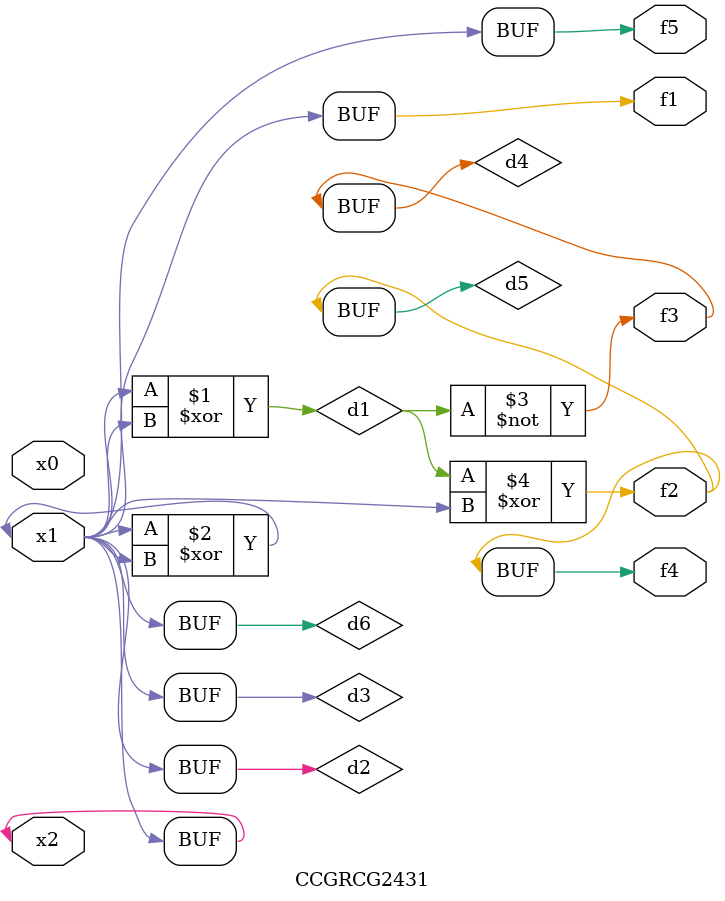
<source format=v>
module CCGRCG2431(
	input x0, x1, x2,
	output f1, f2, f3, f4, f5
);

	wire d1, d2, d3, d4, d5, d6;

	xor (d1, x1, x2);
	buf (d2, x1, x2);
	xor (d3, x1, x2);
	nor (d4, d1);
	xor (d5, d1, d2);
	buf (d6, d2, d3);
	assign f1 = d6;
	assign f2 = d5;
	assign f3 = d4;
	assign f4 = d5;
	assign f5 = d6;
endmodule

</source>
